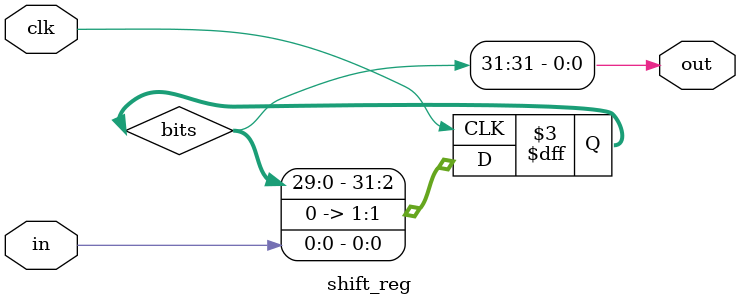
<source format=v>
`timescale 1ns / 1ps
module shift_reg(in,clk,out);
  input [31:0]in;
  input clk;
  output out;
  reg [31:0] bits;
  assign out = bits[31];
  always @(posedge clk) 
  begin
  bits <= bits << 2;
  bits[0] <= in;
  end
endmodule
</source>
